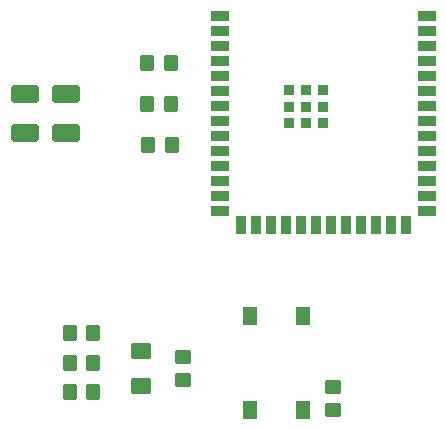
<source format=gbr>
%TF.GenerationSoftware,KiCad,Pcbnew,8.0.1*%
%TF.CreationDate,2024-03-28T11:36:42+01:00*%
%TF.ProjectId,pc1715-esp32vga,70633137-3135-42d6-9573-703332766761,rev?*%
%TF.SameCoordinates,Original*%
%TF.FileFunction,Paste,Top*%
%TF.FilePolarity,Positive*%
%FSLAX46Y46*%
G04 Gerber Fmt 4.6, Leading zero omitted, Abs format (unit mm)*
G04 Created by KiCad (PCBNEW 8.0.1) date 2024-03-28 11:36:42*
%MOMM*%
%LPD*%
G01*
G04 APERTURE LIST*
G04 Aperture macros list*
%AMRoundRect*
0 Rectangle with rounded corners*
0 $1 Rounding radius*
0 $2 $3 $4 $5 $6 $7 $8 $9 X,Y pos of 4 corners*
0 Add a 4 corners polygon primitive as box body*
4,1,4,$2,$3,$4,$5,$6,$7,$8,$9,$2,$3,0*
0 Add four circle primitives for the rounded corners*
1,1,$1+$1,$2,$3*
1,1,$1+$1,$4,$5*
1,1,$1+$1,$6,$7*
1,1,$1+$1,$8,$9*
0 Add four rect primitives between the rounded corners*
20,1,$1+$1,$2,$3,$4,$5,0*
20,1,$1+$1,$4,$5,$6,$7,0*
20,1,$1+$1,$6,$7,$8,$9,0*
20,1,$1+$1,$8,$9,$2,$3,0*%
G04 Aperture macros list end*
%ADD10RoundRect,0.250001X-0.624999X0.462499X-0.624999X-0.462499X0.624999X-0.462499X0.624999X0.462499X0*%
%ADD11RoundRect,0.250001X0.924999X-0.499999X0.924999X0.499999X-0.924999X0.499999X-0.924999X-0.499999X0*%
%ADD12R,1.300000X1.550000*%
%ADD13RoundRect,0.250000X-0.450000X0.350000X-0.450000X-0.350000X0.450000X-0.350000X0.450000X0.350000X0*%
%ADD14RoundRect,0.250000X0.350000X0.450000X-0.350000X0.450000X-0.350000X-0.450000X0.350000X-0.450000X0*%
%ADD15RoundRect,0.250000X0.450000X-0.350000X0.450000X0.350000X-0.450000X0.350000X-0.450000X-0.350000X0*%
%ADD16R,1.500000X0.900000*%
%ADD17R,0.900000X1.500000*%
%ADD18R,0.900000X0.900000*%
G04 APERTURE END LIST*
D10*
%TO.C,D1003*%
X177546000Y-79030500D03*
X177546000Y-82005500D03*
%TD*%
D11*
%TO.C,C1002*%
X167665000Y-60528000D03*
X167665000Y-57278000D03*
%TD*%
D12*
%TO.C,SW1001*%
X186726000Y-83985000D03*
X186726000Y-76035000D03*
X191226000Y-83985000D03*
X191226000Y-76035000D03*
%TD*%
D13*
%TO.C,R1010*%
X193802000Y-82058000D03*
X193802000Y-84058000D03*
%TD*%
D14*
%TO.C,R1008*%
X180120000Y-61610000D03*
X178120000Y-61610000D03*
%TD*%
%TO.C,R1011*%
X173500000Y-77500000D03*
X171500000Y-77500000D03*
%TD*%
D15*
%TO.C,R1001*%
X181102000Y-81495500D03*
X181102000Y-79495500D03*
%TD*%
D16*
%TO.C,U1001*%
X184250000Y-50624000D03*
X184250000Y-51894000D03*
X184250000Y-53164000D03*
X184250000Y-54434000D03*
X184250000Y-55704000D03*
X184250000Y-56974000D03*
X184250000Y-58244000D03*
X184250000Y-59514000D03*
X184250000Y-60784000D03*
X184250000Y-62054000D03*
X184250000Y-63324000D03*
X184250000Y-64594000D03*
X184250000Y-65864000D03*
X184250000Y-67134000D03*
D17*
X186015000Y-68384000D03*
X187285000Y-68384000D03*
X188555000Y-68384000D03*
X189825000Y-68384000D03*
X191095000Y-68384000D03*
X192365000Y-68384000D03*
X193635000Y-68384000D03*
X194905000Y-68384000D03*
X196175000Y-68384000D03*
X197445000Y-68384000D03*
X198715000Y-68384000D03*
X199985000Y-68384000D03*
D16*
X201750000Y-67134000D03*
X201750000Y-65864000D03*
X201750000Y-64594000D03*
X201750000Y-63324000D03*
X201750000Y-62054000D03*
X201750000Y-60784000D03*
X201750000Y-59514000D03*
X201750000Y-58244000D03*
X201750000Y-56974000D03*
X201750000Y-55704000D03*
X201750000Y-54434000D03*
X201750000Y-53164000D03*
X201750000Y-51894000D03*
X201750000Y-50624000D03*
D18*
X190100000Y-56944000D03*
X190100000Y-58344000D03*
X190100000Y-59744000D03*
X190100000Y-59744000D03*
X191500000Y-56944000D03*
X191500000Y-56944000D03*
X191500000Y-58344000D03*
X191500000Y-59744000D03*
X192900000Y-56944000D03*
X192900000Y-58344000D03*
X192900000Y-59744000D03*
%TD*%
D14*
%TO.C,R1006*%
X180070000Y-58110000D03*
X178070000Y-58110000D03*
%TD*%
%TO.C,R1004*%
X180070000Y-54610000D03*
X178070000Y-54610000D03*
%TD*%
%TO.C,R1003*%
X173500000Y-80000000D03*
X171500000Y-80000000D03*
%TD*%
%TO.C,R1002*%
X173500000Y-82500000D03*
X171500000Y-82500000D03*
%TD*%
D11*
%TO.C,C1001*%
X171171000Y-60528000D03*
X171171000Y-57278000D03*
%TD*%
M02*

</source>
